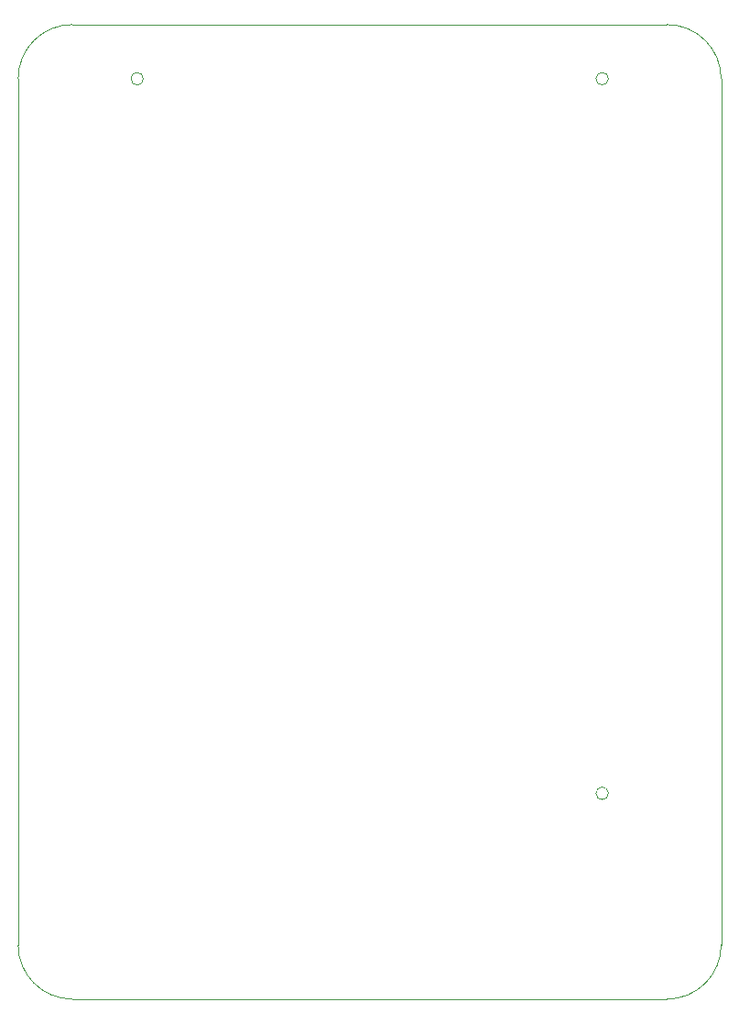
<source format=gbr>
%TF.GenerationSoftware,KiCad,Pcbnew,7.0.10*%
%TF.CreationDate,2024-04-17T23:56:12-04:00*%
%TF.ProjectId,BoardDesign,426f6172-6444-4657-9369-676e2e6b6963,rev?*%
%TF.SameCoordinates,Original*%
%TF.FileFunction,Profile,NP*%
%FSLAX46Y46*%
G04 Gerber Fmt 4.6, Leading zero omitted, Abs format (unit mm)*
G04 Created by KiCad (PCBNEW 7.0.10) date 2024-04-17 23:56:12*
%MOMM*%
%LPD*%
G01*
G04 APERTURE LIST*
%TA.AperFunction,Profile*%
%ADD10C,0.100000*%
%TD*%
G04 APERTURE END LIST*
D10*
X149576000Y-169000000D02*
G75*
G03*
X148424000Y-169000000I-576000J0D01*
G01*
X148424000Y-169000000D02*
G75*
G03*
X149576000Y-169000000I576000J0D01*
G01*
X95000000Y-183000000D02*
X95000000Y-103000000D01*
X95000000Y-183000000D02*
G75*
G03*
X100000000Y-188000000I5000000J0D01*
G01*
X160000000Y-103000000D02*
X160000000Y-183000000D01*
X100000000Y-98000000D02*
X155000000Y-98000000D01*
X155000000Y-188000000D02*
G75*
G03*
X160000000Y-183000000I0J5000000D01*
G01*
X149576000Y-103000000D02*
G75*
G03*
X148424000Y-103000000I-576000J0D01*
G01*
X148424000Y-103000000D02*
G75*
G03*
X149576000Y-103000000I576000J0D01*
G01*
X106576000Y-103000000D02*
G75*
G03*
X105424000Y-103000000I-576000J0D01*
G01*
X105424000Y-103000000D02*
G75*
G03*
X106576000Y-103000000I576000J0D01*
G01*
X155000000Y-188000000D02*
X100000000Y-188000000D01*
X100000000Y-98000000D02*
G75*
G03*
X95000000Y-103000000I0J-5000000D01*
G01*
X160000000Y-103000000D02*
G75*
G03*
X155000000Y-98000000I-5000000J0D01*
G01*
M02*

</source>
